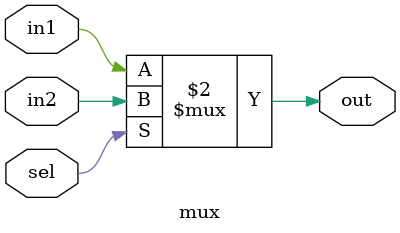
<source format=v>
`timescale 1ns / 1ps

module mux (input in1, in2,
            input sel,
            output reg out);
      
    always @ (*) begin
        out = sel ? in2 : in1;
    end   
            
endmodule

</source>
